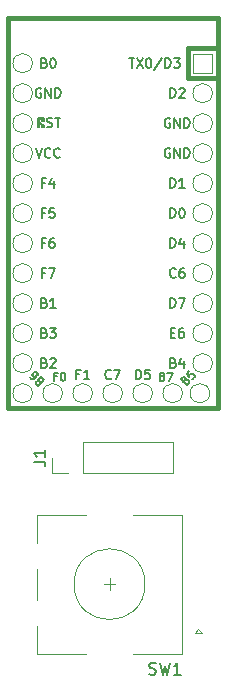
<source format=gbr>
G04 #@! TF.GenerationSoftware,KiCad,Pcbnew,(5.1.10)-1*
G04 #@! TF.CreationDate,2021-09-11T23:54:04-05:00*
G04 #@! TF.ProjectId,kintsugi,6b696e74-7375-4676-992e-6b696361645f,rev?*
G04 #@! TF.SameCoordinates,Original*
G04 #@! TF.FileFunction,Legend,Top*
G04 #@! TF.FilePolarity,Positive*
%FSLAX46Y46*%
G04 Gerber Fmt 4.6, Leading zero omitted, Abs format (unit mm)*
G04 Created by KiCad (PCBNEW (5.1.10)-1) date 2021-09-11 23:54:04*
%MOMM*%
%LPD*%
G01*
G04 APERTURE LIST*
%ADD10C,0.120000*%
%ADD11C,0.381000*%
%ADD12C,0.150000*%
%ADD13C,0.100000*%
G04 APERTURE END LIST*
D10*
X337760000Y-63941000D02*
X337760000Y-62611000D01*
X339090000Y-63941000D02*
X337760000Y-63941000D01*
X340360000Y-63941000D02*
X340360000Y-61281000D01*
X340360000Y-61281000D02*
X348040000Y-61281000D01*
X340360000Y-63941000D02*
X348040000Y-63941000D01*
X348040000Y-63941000D02*
X348040000Y-61281000D01*
D11*
X349250000Y-30480000D02*
X351790000Y-30480000D01*
X349250000Y-27940000D02*
X349250000Y-30480000D01*
D12*
G36*
X336855365Y-34229030D02*
G01*
X336855365Y-34329030D01*
X336755365Y-34329030D01*
X336755365Y-34229030D01*
X336855365Y-34229030D01*
G37*
X336855365Y-34229030D02*
X336855365Y-34329030D01*
X336755365Y-34329030D01*
X336755365Y-34229030D01*
X336855365Y-34229030D01*
G36*
X336655365Y-33829030D02*
G01*
X336655365Y-34629030D01*
X336555365Y-34629030D01*
X336555365Y-33829030D01*
X336655365Y-33829030D01*
G37*
X336655365Y-33829030D02*
X336655365Y-34629030D01*
X336555365Y-34629030D01*
X336555365Y-33829030D01*
X336655365Y-33829030D01*
G36*
X337055365Y-34429030D02*
G01*
X337055365Y-34629030D01*
X336955365Y-34629030D01*
X336955365Y-34429030D01*
X337055365Y-34429030D01*
G37*
X337055365Y-34429030D02*
X337055365Y-34629030D01*
X336955365Y-34629030D01*
X336955365Y-34429030D01*
X337055365Y-34429030D01*
G36*
X337055365Y-33829030D02*
G01*
X337055365Y-34129030D01*
X336955365Y-34129030D01*
X336955365Y-33829030D01*
X337055365Y-33829030D01*
G37*
X337055365Y-33829030D02*
X337055365Y-34129030D01*
X336955365Y-34129030D01*
X336955365Y-33829030D01*
X337055365Y-33829030D01*
G36*
X337055365Y-33829030D02*
G01*
X337055365Y-33929030D01*
X336555365Y-33929030D01*
X336555365Y-33829030D01*
X337055365Y-33829030D01*
G37*
X337055365Y-33829030D02*
X337055365Y-33929030D01*
X336555365Y-33929030D01*
X336555365Y-33829030D01*
X337055365Y-33829030D01*
D11*
X334010000Y-58420000D02*
X334010000Y-25400000D01*
X351790000Y-58420000D02*
X334010000Y-58420000D01*
X351790000Y-25400000D02*
X351790000Y-58420000D01*
X334010000Y-25400000D02*
X351790000Y-25400000D01*
X349250000Y-27940000D02*
X351790000Y-27940000D01*
D10*
X345639000Y-73319000D02*
G75*
G03*
X345639000Y-73319000I-3000000J0D01*
G01*
X340639000Y-79219000D02*
X336539000Y-79219000D01*
X336539000Y-67419000D02*
X340639000Y-67419000D01*
X344639000Y-67419000D02*
X348739000Y-67419000D01*
X344639000Y-79219000D02*
X348739000Y-79219000D01*
X348739000Y-79219000D02*
X348739000Y-67419000D01*
X350139000Y-77119000D02*
X350439000Y-77419000D01*
X350439000Y-77419000D02*
X349839000Y-77419000D01*
X349839000Y-77419000D02*
X350139000Y-77119000D01*
X336539000Y-79219000D02*
X336539000Y-76819000D01*
X336539000Y-74619000D02*
X336539000Y-72019000D01*
X336539000Y-69819000D02*
X336539000Y-67419000D01*
X342639000Y-73819000D02*
X342639000Y-72819000D01*
X343139000Y-73319000D02*
X342139000Y-73319000D01*
D13*
X349693700Y-28383700D02*
X349693700Y-30036300D01*
X351346300Y-30036300D01*
X351346300Y-28383700D01*
X349693700Y-28383700D01*
X351346300Y-31750000D02*
G75*
G03*
X351346300Y-31750000I-826300J0D01*
G01*
X351346300Y-34290000D02*
G75*
G03*
X351346300Y-34290000I-826300J0D01*
G01*
X351346300Y-36830000D02*
G75*
G03*
X351346300Y-36830000I-826300J0D01*
G01*
X351346300Y-39370000D02*
G75*
G03*
X351346300Y-39370000I-826300J0D01*
G01*
X351346300Y-41910000D02*
G75*
G03*
X351346300Y-41910000I-826300J0D01*
G01*
X351346300Y-44450000D02*
G75*
G03*
X351346300Y-44450000I-826300J0D01*
G01*
X351346300Y-46990000D02*
G75*
G03*
X351346300Y-46990000I-826300J0D01*
G01*
X351346300Y-49530000D02*
G75*
G03*
X351346300Y-49530000I-826300J0D01*
G01*
X351346300Y-52070000D02*
G75*
G03*
X351346300Y-52070000I-826300J0D01*
G01*
X351346300Y-54610000D02*
G75*
G03*
X351346300Y-54610000I-826300J0D01*
G01*
X336106300Y-57150000D02*
G75*
G03*
X336106300Y-57150000I-826300J0D01*
G01*
X336106300Y-54610000D02*
G75*
G03*
X336106300Y-54610000I-826300J0D01*
G01*
X336106300Y-52070000D02*
G75*
G03*
X336106300Y-52070000I-826300J0D01*
G01*
X336106300Y-49530000D02*
G75*
G03*
X336106300Y-49530000I-826300J0D01*
G01*
X336106300Y-46990000D02*
G75*
G03*
X336106300Y-46990000I-826300J0D01*
G01*
X336106300Y-44450000D02*
G75*
G03*
X336106300Y-44450000I-826300J0D01*
G01*
X336106300Y-41910000D02*
G75*
G03*
X336106300Y-41910000I-826300J0D01*
G01*
X336106300Y-39370000D02*
G75*
G03*
X336106300Y-39370000I-826300J0D01*
G01*
X336106300Y-36830000D02*
G75*
G03*
X336106300Y-36830000I-826300J0D01*
G01*
X336106300Y-34290000D02*
G75*
G03*
X336106300Y-34290000I-826300J0D01*
G01*
X336106300Y-31750000D02*
G75*
G03*
X336106300Y-31750000I-826300J0D01*
G01*
X351117700Y-57150000D02*
G75*
G03*
X351117700Y-57150000I-826300J0D01*
G01*
X336106300Y-29210000D02*
G75*
G03*
X336106300Y-29210000I-826300J0D01*
G01*
X338646300Y-57150000D02*
G75*
G03*
X338646300Y-57150000I-826300J0D01*
G01*
X341186300Y-57150000D02*
G75*
G03*
X341186300Y-57150000I-826300J0D01*
G01*
X343726300Y-57150000D02*
G75*
G03*
X343726300Y-57150000I-826300J0D01*
G01*
X346266300Y-57150000D02*
G75*
G03*
X346266300Y-57150000I-826300J0D01*
G01*
X348806300Y-57150000D02*
G75*
G03*
X348806300Y-57150000I-826300J0D01*
G01*
D12*
X336212380Y-62944333D02*
X336926666Y-62944333D01*
X337069523Y-62991952D01*
X337164761Y-63087190D01*
X337212380Y-63230047D01*
X337212380Y-63325285D01*
X337212380Y-61944333D02*
X337212380Y-62515761D01*
X337212380Y-62230047D02*
X336212380Y-62230047D01*
X336355238Y-62325285D01*
X336450476Y-62420523D01*
X336498095Y-62515761D01*
X347770523Y-32111904D02*
X347770523Y-31311904D01*
X347961000Y-31311904D01*
X348075285Y-31350000D01*
X348151476Y-31426190D01*
X348189571Y-31502380D01*
X348227666Y-31654761D01*
X348227666Y-31769047D01*
X348189571Y-31921428D01*
X348151476Y-31997619D01*
X348075285Y-32073809D01*
X347961000Y-32111904D01*
X347770523Y-32111904D01*
X348532428Y-31388095D02*
X348570523Y-31350000D01*
X348646714Y-31311904D01*
X348837190Y-31311904D01*
X348913380Y-31350000D01*
X348951476Y-31388095D01*
X348989571Y-31464285D01*
X348989571Y-31540476D01*
X348951476Y-31654761D01*
X348494333Y-32111904D01*
X348989571Y-32111904D01*
X347770523Y-42271904D02*
X347770523Y-41471904D01*
X347961000Y-41471904D01*
X348075285Y-41510000D01*
X348151476Y-41586190D01*
X348189571Y-41662380D01*
X348227666Y-41814761D01*
X348227666Y-41929047D01*
X348189571Y-42081428D01*
X348151476Y-42157619D01*
X348075285Y-42233809D01*
X347961000Y-42271904D01*
X347770523Y-42271904D01*
X348722904Y-41471904D02*
X348799095Y-41471904D01*
X348875285Y-41510000D01*
X348913380Y-41548095D01*
X348951476Y-41624285D01*
X348989571Y-41776666D01*
X348989571Y-41967142D01*
X348951476Y-42119523D01*
X348913380Y-42195714D01*
X348875285Y-42233809D01*
X348799095Y-42271904D01*
X348722904Y-42271904D01*
X348646714Y-42233809D01*
X348608619Y-42195714D01*
X348570523Y-42119523D01*
X348532428Y-41967142D01*
X348532428Y-41776666D01*
X348570523Y-41624285D01*
X348608619Y-41548095D01*
X348646714Y-41510000D01*
X348722904Y-41471904D01*
X347770523Y-39731904D02*
X347770523Y-38931904D01*
X347961000Y-38931904D01*
X348075285Y-38970000D01*
X348151476Y-39046190D01*
X348189571Y-39122380D01*
X348227666Y-39274761D01*
X348227666Y-39389047D01*
X348189571Y-39541428D01*
X348151476Y-39617619D01*
X348075285Y-39693809D01*
X347961000Y-39731904D01*
X347770523Y-39731904D01*
X348989571Y-39731904D02*
X348532428Y-39731904D01*
X348761000Y-39731904D02*
X348761000Y-38931904D01*
X348684809Y-39046190D01*
X348608619Y-39122380D01*
X348532428Y-39160476D01*
X347751476Y-36430000D02*
X347675285Y-36391904D01*
X347561000Y-36391904D01*
X347446714Y-36430000D01*
X347370523Y-36506190D01*
X347332428Y-36582380D01*
X347294333Y-36734761D01*
X347294333Y-36849047D01*
X347332428Y-37001428D01*
X347370523Y-37077619D01*
X347446714Y-37153809D01*
X347561000Y-37191904D01*
X347637190Y-37191904D01*
X347751476Y-37153809D01*
X347789571Y-37115714D01*
X347789571Y-36849047D01*
X347637190Y-36849047D01*
X348132428Y-37191904D02*
X348132428Y-36391904D01*
X348589571Y-37191904D01*
X348589571Y-36391904D01*
X348970523Y-37191904D02*
X348970523Y-36391904D01*
X349161000Y-36391904D01*
X349275285Y-36430000D01*
X349351476Y-36506190D01*
X349389571Y-36582380D01*
X349427666Y-36734761D01*
X349427666Y-36849047D01*
X349389571Y-37001428D01*
X349351476Y-37077619D01*
X349275285Y-37153809D01*
X349161000Y-37191904D01*
X348970523Y-37191904D01*
X347751476Y-33890000D02*
X347675285Y-33851904D01*
X347561000Y-33851904D01*
X347446714Y-33890000D01*
X347370523Y-33966190D01*
X347332428Y-34042380D01*
X347294333Y-34194761D01*
X347294333Y-34309047D01*
X347332428Y-34461428D01*
X347370523Y-34537619D01*
X347446714Y-34613809D01*
X347561000Y-34651904D01*
X347637190Y-34651904D01*
X347751476Y-34613809D01*
X347789571Y-34575714D01*
X347789571Y-34309047D01*
X347637190Y-34309047D01*
X348132428Y-34651904D02*
X348132428Y-33851904D01*
X348589571Y-34651904D01*
X348589571Y-33851904D01*
X348970523Y-34651904D02*
X348970523Y-33851904D01*
X349161000Y-33851904D01*
X349275285Y-33890000D01*
X349351476Y-33966190D01*
X349389571Y-34042380D01*
X349427666Y-34194761D01*
X349427666Y-34309047D01*
X349389571Y-34461428D01*
X349351476Y-34537619D01*
X349275285Y-34613809D01*
X349161000Y-34651904D01*
X348970523Y-34651904D01*
X347770523Y-44811904D02*
X347770523Y-44011904D01*
X347961000Y-44011904D01*
X348075285Y-44050000D01*
X348151476Y-44126190D01*
X348189571Y-44202380D01*
X348227666Y-44354761D01*
X348227666Y-44469047D01*
X348189571Y-44621428D01*
X348151476Y-44697619D01*
X348075285Y-44773809D01*
X347961000Y-44811904D01*
X347770523Y-44811904D01*
X348913380Y-44278571D02*
X348913380Y-44811904D01*
X348722904Y-43973809D02*
X348532428Y-44545238D01*
X349027666Y-44545238D01*
X348227666Y-47275714D02*
X348189571Y-47313809D01*
X348075285Y-47351904D01*
X347999095Y-47351904D01*
X347884809Y-47313809D01*
X347808619Y-47237619D01*
X347770523Y-47161428D01*
X347732428Y-47009047D01*
X347732428Y-46894761D01*
X347770523Y-46742380D01*
X347808619Y-46666190D01*
X347884809Y-46590000D01*
X347999095Y-46551904D01*
X348075285Y-46551904D01*
X348189571Y-46590000D01*
X348227666Y-46628095D01*
X348913380Y-46551904D02*
X348761000Y-46551904D01*
X348684809Y-46590000D01*
X348646714Y-46628095D01*
X348570523Y-46742380D01*
X348532428Y-46894761D01*
X348532428Y-47199523D01*
X348570523Y-47275714D01*
X348608619Y-47313809D01*
X348684809Y-47351904D01*
X348837190Y-47351904D01*
X348913380Y-47313809D01*
X348951476Y-47275714D01*
X348989571Y-47199523D01*
X348989571Y-47009047D01*
X348951476Y-46932857D01*
X348913380Y-46894761D01*
X348837190Y-46856666D01*
X348684809Y-46856666D01*
X348608619Y-46894761D01*
X348570523Y-46932857D01*
X348532428Y-47009047D01*
X347770523Y-49891904D02*
X347770523Y-49091904D01*
X347961000Y-49091904D01*
X348075285Y-49130000D01*
X348151476Y-49206190D01*
X348189571Y-49282380D01*
X348227666Y-49434761D01*
X348227666Y-49549047D01*
X348189571Y-49701428D01*
X348151476Y-49777619D01*
X348075285Y-49853809D01*
X347961000Y-49891904D01*
X347770523Y-49891904D01*
X348494333Y-49091904D02*
X349027666Y-49091904D01*
X348684809Y-49891904D01*
X347808619Y-52012857D02*
X348075285Y-52012857D01*
X348189571Y-52431904D02*
X347808619Y-52431904D01*
X347808619Y-51631904D01*
X348189571Y-51631904D01*
X348875285Y-51631904D02*
X348722904Y-51631904D01*
X348646714Y-51670000D01*
X348608619Y-51708095D01*
X348532428Y-51822380D01*
X348494333Y-51974761D01*
X348494333Y-52279523D01*
X348532428Y-52355714D01*
X348570523Y-52393809D01*
X348646714Y-52431904D01*
X348799095Y-52431904D01*
X348875285Y-52393809D01*
X348913380Y-52355714D01*
X348951476Y-52279523D01*
X348951476Y-52089047D01*
X348913380Y-52012857D01*
X348875285Y-51974761D01*
X348799095Y-51936666D01*
X348646714Y-51936666D01*
X348570523Y-51974761D01*
X348532428Y-52012857D01*
X348494333Y-52089047D01*
X348037190Y-54552857D02*
X348151476Y-54590952D01*
X348189571Y-54629047D01*
X348227666Y-54705238D01*
X348227666Y-54819523D01*
X348189571Y-54895714D01*
X348151476Y-54933809D01*
X348075285Y-54971904D01*
X347770523Y-54971904D01*
X347770523Y-54171904D01*
X348037190Y-54171904D01*
X348113380Y-54210000D01*
X348151476Y-54248095D01*
X348189571Y-54324285D01*
X348189571Y-54400476D01*
X348151476Y-54476666D01*
X348113380Y-54514761D01*
X348037190Y-54552857D01*
X347770523Y-54552857D01*
X348913380Y-54438571D02*
X348913380Y-54971904D01*
X348722904Y-54133809D02*
X348532428Y-54705238D01*
X349027666Y-54705238D01*
X349064297Y-56044991D02*
X349158578Y-55997851D01*
X349205719Y-55997851D01*
X349276429Y-56021421D01*
X349347140Y-56092132D01*
X349370710Y-56162842D01*
X349370710Y-56209983D01*
X349347140Y-56280693D01*
X349158578Y-56469255D01*
X348663603Y-55974280D01*
X348828595Y-55809289D01*
X348899306Y-55785719D01*
X348946446Y-55785719D01*
X349017157Y-55809289D01*
X349064297Y-55856429D01*
X349087867Y-55927140D01*
X349087867Y-55974280D01*
X349064297Y-56044991D01*
X348899306Y-56209983D01*
X349394280Y-55243603D02*
X349158578Y-55479306D01*
X349370710Y-55738578D01*
X349370710Y-55691438D01*
X349394280Y-55620727D01*
X349512132Y-55502876D01*
X349582842Y-55479306D01*
X349629983Y-55479306D01*
X349700693Y-55502876D01*
X349818544Y-55620727D01*
X349842115Y-55691438D01*
X349842115Y-55738578D01*
X349818544Y-55809289D01*
X349700693Y-55927140D01*
X349629983Y-55950710D01*
X349582842Y-55950710D01*
X337115190Y-52012857D02*
X337229476Y-52050952D01*
X337267571Y-52089047D01*
X337305666Y-52165238D01*
X337305666Y-52279523D01*
X337267571Y-52355714D01*
X337229476Y-52393809D01*
X337153285Y-52431904D01*
X336848523Y-52431904D01*
X336848523Y-51631904D01*
X337115190Y-51631904D01*
X337191380Y-51670000D01*
X337229476Y-51708095D01*
X337267571Y-51784285D01*
X337267571Y-51860476D01*
X337229476Y-51936666D01*
X337191380Y-51974761D01*
X337115190Y-52012857D01*
X336848523Y-52012857D01*
X337572333Y-51631904D02*
X338067571Y-51631904D01*
X337800904Y-51936666D01*
X337915190Y-51936666D01*
X337991380Y-51974761D01*
X338029476Y-52012857D01*
X338067571Y-52089047D01*
X338067571Y-52279523D01*
X338029476Y-52355714D01*
X337991380Y-52393809D01*
X337915190Y-52431904D01*
X337686619Y-52431904D01*
X337610428Y-52393809D01*
X337572333Y-52355714D01*
X337115190Y-49472857D02*
X337229476Y-49510952D01*
X337267571Y-49549047D01*
X337305666Y-49625238D01*
X337305666Y-49739523D01*
X337267571Y-49815714D01*
X337229476Y-49853809D01*
X337153285Y-49891904D01*
X336848523Y-49891904D01*
X336848523Y-49091904D01*
X337115190Y-49091904D01*
X337191380Y-49130000D01*
X337229476Y-49168095D01*
X337267571Y-49244285D01*
X337267571Y-49320476D01*
X337229476Y-49396666D01*
X337191380Y-49434761D01*
X337115190Y-49472857D01*
X336848523Y-49472857D01*
X338067571Y-49891904D02*
X337610428Y-49891904D01*
X337839000Y-49891904D02*
X337839000Y-49091904D01*
X337762809Y-49206190D01*
X337686619Y-49282380D01*
X337610428Y-49320476D01*
X337172333Y-39312857D02*
X336905666Y-39312857D01*
X336905666Y-39731904D02*
X336905666Y-38931904D01*
X337286619Y-38931904D01*
X337934238Y-39198571D02*
X337934238Y-39731904D01*
X337743761Y-38893809D02*
X337553285Y-39465238D01*
X338048523Y-39465238D01*
X336372333Y-36391904D02*
X336639000Y-37191904D01*
X336905666Y-36391904D01*
X337629476Y-37115714D02*
X337591380Y-37153809D01*
X337477095Y-37191904D01*
X337400904Y-37191904D01*
X337286619Y-37153809D01*
X337210428Y-37077619D01*
X337172333Y-37001428D01*
X337134238Y-36849047D01*
X337134238Y-36734761D01*
X337172333Y-36582380D01*
X337210428Y-36506190D01*
X337286619Y-36430000D01*
X337400904Y-36391904D01*
X337477095Y-36391904D01*
X337591380Y-36430000D01*
X337629476Y-36468095D01*
X338429476Y-37115714D02*
X338391380Y-37153809D01*
X338277095Y-37191904D01*
X338200904Y-37191904D01*
X338086619Y-37153809D01*
X338010428Y-37077619D01*
X337972333Y-37001428D01*
X337934238Y-36849047D01*
X337934238Y-36734761D01*
X337972333Y-36582380D01*
X338010428Y-36506190D01*
X338086619Y-36430000D01*
X338200904Y-36391904D01*
X338277095Y-36391904D01*
X338391380Y-36430000D01*
X338429476Y-36468095D01*
X336829476Y-31350000D02*
X336753285Y-31311904D01*
X336639000Y-31311904D01*
X336524714Y-31350000D01*
X336448523Y-31426190D01*
X336410428Y-31502380D01*
X336372333Y-31654761D01*
X336372333Y-31769047D01*
X336410428Y-31921428D01*
X336448523Y-31997619D01*
X336524714Y-32073809D01*
X336639000Y-32111904D01*
X336715190Y-32111904D01*
X336829476Y-32073809D01*
X336867571Y-32035714D01*
X336867571Y-31769047D01*
X336715190Y-31769047D01*
X337210428Y-32111904D02*
X337210428Y-31311904D01*
X337667571Y-32111904D01*
X337667571Y-31311904D01*
X338048523Y-32111904D02*
X338048523Y-31311904D01*
X338239000Y-31311904D01*
X338353285Y-31350000D01*
X338429476Y-31426190D01*
X338467571Y-31502380D01*
X338505666Y-31654761D01*
X338505666Y-31769047D01*
X338467571Y-31921428D01*
X338429476Y-31997619D01*
X338353285Y-32073809D01*
X338239000Y-32111904D01*
X338048523Y-32111904D01*
X337115190Y-29152857D02*
X337229476Y-29190952D01*
X337267571Y-29229047D01*
X337305666Y-29305238D01*
X337305666Y-29419523D01*
X337267571Y-29495714D01*
X337229476Y-29533809D01*
X337153285Y-29571904D01*
X336848523Y-29571904D01*
X336848523Y-28771904D01*
X337115190Y-28771904D01*
X337191380Y-28810000D01*
X337229476Y-28848095D01*
X337267571Y-28924285D01*
X337267571Y-29000476D01*
X337229476Y-29076666D01*
X337191380Y-29114761D01*
X337115190Y-29152857D01*
X336848523Y-29152857D01*
X337800904Y-28771904D02*
X337877095Y-28771904D01*
X337953285Y-28810000D01*
X337991380Y-28848095D01*
X338029476Y-28924285D01*
X338067571Y-29076666D01*
X338067571Y-29267142D01*
X338029476Y-29419523D01*
X337991380Y-29495714D01*
X337953285Y-29533809D01*
X337877095Y-29571904D01*
X337800904Y-29571904D01*
X337724714Y-29533809D01*
X337686619Y-29495714D01*
X337648523Y-29419523D01*
X337610428Y-29267142D01*
X337610428Y-29076666D01*
X337648523Y-28924285D01*
X337686619Y-28848095D01*
X337724714Y-28810000D01*
X337800904Y-28771904D01*
X337172333Y-41852857D02*
X336905666Y-41852857D01*
X336905666Y-42271904D02*
X336905666Y-41471904D01*
X337286619Y-41471904D01*
X337972333Y-41471904D02*
X337591380Y-41471904D01*
X337553285Y-41852857D01*
X337591380Y-41814761D01*
X337667571Y-41776666D01*
X337858047Y-41776666D01*
X337934238Y-41814761D01*
X337972333Y-41852857D01*
X338010428Y-41929047D01*
X338010428Y-42119523D01*
X337972333Y-42195714D01*
X337934238Y-42233809D01*
X337858047Y-42271904D01*
X337667571Y-42271904D01*
X337591380Y-42233809D01*
X337553285Y-42195714D01*
X337172333Y-44392857D02*
X336905666Y-44392857D01*
X336905666Y-44811904D02*
X336905666Y-44011904D01*
X337286619Y-44011904D01*
X337934238Y-44011904D02*
X337781857Y-44011904D01*
X337705666Y-44050000D01*
X337667571Y-44088095D01*
X337591380Y-44202380D01*
X337553285Y-44354761D01*
X337553285Y-44659523D01*
X337591380Y-44735714D01*
X337629476Y-44773809D01*
X337705666Y-44811904D01*
X337858047Y-44811904D01*
X337934238Y-44773809D01*
X337972333Y-44735714D01*
X338010428Y-44659523D01*
X338010428Y-44469047D01*
X337972333Y-44392857D01*
X337934238Y-44354761D01*
X337858047Y-44316666D01*
X337705666Y-44316666D01*
X337629476Y-44354761D01*
X337591380Y-44392857D01*
X337553285Y-44469047D01*
X337172333Y-46932857D02*
X336905666Y-46932857D01*
X336905666Y-47351904D02*
X336905666Y-46551904D01*
X337286619Y-46551904D01*
X337515190Y-46551904D02*
X338048523Y-46551904D01*
X337705666Y-47351904D01*
X337115190Y-54552857D02*
X337229476Y-54590952D01*
X337267571Y-54629047D01*
X337305666Y-54705238D01*
X337305666Y-54819523D01*
X337267571Y-54895714D01*
X337229476Y-54933809D01*
X337153285Y-54971904D01*
X336848523Y-54971904D01*
X336848523Y-54171904D01*
X337115190Y-54171904D01*
X337191380Y-54210000D01*
X337229476Y-54248095D01*
X337267571Y-54324285D01*
X337267571Y-54400476D01*
X337229476Y-54476666D01*
X337191380Y-54514761D01*
X337115190Y-54552857D01*
X336848523Y-54552857D01*
X337610428Y-54248095D02*
X337648523Y-54210000D01*
X337724714Y-54171904D01*
X337915190Y-54171904D01*
X337991380Y-54210000D01*
X338029476Y-54248095D01*
X338067571Y-54324285D01*
X338067571Y-54400476D01*
X338029476Y-54514761D01*
X337572333Y-54971904D01*
X338067571Y-54971904D01*
X344281395Y-28771904D02*
X344738538Y-28771904D01*
X344509967Y-29571904D02*
X344509967Y-28771904D01*
X344929014Y-28771904D02*
X345462348Y-29571904D01*
X345462348Y-28771904D02*
X344929014Y-29571904D01*
X345919491Y-28771904D02*
X345995681Y-28771904D01*
X346071872Y-28810000D01*
X346109967Y-28848095D01*
X346148062Y-28924285D01*
X346186157Y-29076666D01*
X346186157Y-29267142D01*
X346148062Y-29419523D01*
X346109967Y-29495714D01*
X346071872Y-29533809D01*
X345995681Y-29571904D01*
X345919491Y-29571904D01*
X345843300Y-29533809D01*
X345805205Y-29495714D01*
X345767110Y-29419523D01*
X345729014Y-29267142D01*
X345729014Y-29076666D01*
X345767110Y-28924285D01*
X345805205Y-28848095D01*
X345843300Y-28810000D01*
X345919491Y-28771904D01*
X347100443Y-28733809D02*
X346414729Y-29762380D01*
X347367110Y-29571904D02*
X347367110Y-28771904D01*
X347557586Y-28771904D01*
X347671872Y-28810000D01*
X347748062Y-28886190D01*
X347786157Y-28962380D01*
X347824252Y-29114761D01*
X347824252Y-29229047D01*
X347786157Y-29381428D01*
X347748062Y-29457619D01*
X347671872Y-29533809D01*
X347557586Y-29571904D01*
X347367110Y-29571904D01*
X348090919Y-28771904D02*
X348586157Y-28771904D01*
X348319491Y-29076666D01*
X348433776Y-29076666D01*
X348509967Y-29114761D01*
X348548062Y-29152857D01*
X348586157Y-29229047D01*
X348586157Y-29419523D01*
X348548062Y-29495714D01*
X348509967Y-29533809D01*
X348433776Y-29571904D01*
X348205205Y-29571904D01*
X348129014Y-29533809D01*
X348090919Y-29495714D01*
X337326666Y-34593809D02*
X337440952Y-34631904D01*
X337631428Y-34631904D01*
X337707619Y-34593809D01*
X337745714Y-34555714D01*
X337783809Y-34479523D01*
X337783809Y-34403333D01*
X337745714Y-34327142D01*
X337707619Y-34289047D01*
X337631428Y-34250952D01*
X337479047Y-34212857D01*
X337402857Y-34174761D01*
X337364761Y-34136666D01*
X337326666Y-34060476D01*
X337326666Y-33984285D01*
X337364761Y-33908095D01*
X337402857Y-33870000D01*
X337479047Y-33831904D01*
X337669523Y-33831904D01*
X337783809Y-33870000D01*
X338012380Y-33831904D02*
X338469523Y-33831904D01*
X338240952Y-34631904D02*
X338240952Y-33831904D01*
X347116666Y-55730000D02*
X347216666Y-55763333D01*
X347250000Y-55796666D01*
X347283333Y-55863333D01*
X347283333Y-55963333D01*
X347250000Y-56030000D01*
X347216666Y-56063333D01*
X347150000Y-56096666D01*
X346883333Y-56096666D01*
X346883333Y-55396666D01*
X347116666Y-55396666D01*
X347183333Y-55430000D01*
X347216666Y-55463333D01*
X347250000Y-55530000D01*
X347250000Y-55596666D01*
X347216666Y-55663333D01*
X347183333Y-55696666D01*
X347116666Y-55730000D01*
X346883333Y-55730000D01*
X347516666Y-55396666D02*
X347983333Y-55396666D01*
X347683333Y-56096666D01*
X338166666Y-55730000D02*
X337933333Y-55730000D01*
X337933333Y-56096666D02*
X337933333Y-55396666D01*
X338266666Y-55396666D01*
X338666666Y-55396666D02*
X338733333Y-55396666D01*
X338800000Y-55430000D01*
X338833333Y-55463333D01*
X338866666Y-55530000D01*
X338900000Y-55663333D01*
X338900000Y-55830000D01*
X338866666Y-55963333D01*
X338833333Y-56030000D01*
X338800000Y-56063333D01*
X338733333Y-56096666D01*
X338666666Y-56096666D01*
X338600000Y-56063333D01*
X338566666Y-56030000D01*
X338533333Y-55963333D01*
X338500000Y-55830000D01*
X338500000Y-55663333D01*
X338533333Y-55530000D01*
X338566666Y-55463333D01*
X338600000Y-55430000D01*
X338666666Y-55396666D01*
X336664991Y-56115702D02*
X336617851Y-56021421D01*
X336617851Y-55974280D01*
X336641421Y-55903570D01*
X336712132Y-55832859D01*
X336782842Y-55809289D01*
X336829983Y-55809289D01*
X336900693Y-55832859D01*
X337089255Y-56021421D01*
X336594280Y-56516396D01*
X336429289Y-56351404D01*
X336405719Y-56280693D01*
X336405719Y-56233553D01*
X336429289Y-56162842D01*
X336476429Y-56115702D01*
X336547140Y-56092132D01*
X336594280Y-56092132D01*
X336664991Y-56115702D01*
X336829983Y-56280693D01*
X335887174Y-55809289D02*
X335981455Y-55903570D01*
X336052165Y-55927140D01*
X336099306Y-55927140D01*
X336217157Y-55903570D01*
X336335008Y-55832859D01*
X336523570Y-55644297D01*
X336547140Y-55573587D01*
X336547140Y-55526446D01*
X336523570Y-55455735D01*
X336429289Y-55361455D01*
X336358578Y-55337884D01*
X336311438Y-55337884D01*
X336240727Y-55361455D01*
X336122876Y-55479306D01*
X336099306Y-55550016D01*
X336099306Y-55597157D01*
X336122876Y-55667867D01*
X336217157Y-55762148D01*
X336287867Y-55785719D01*
X336335008Y-55785719D01*
X336405719Y-55762148D01*
X342766666Y-55865714D02*
X342728571Y-55903809D01*
X342614285Y-55941904D01*
X342538095Y-55941904D01*
X342423809Y-55903809D01*
X342347619Y-55827619D01*
X342309523Y-55751428D01*
X342271428Y-55599047D01*
X342271428Y-55484761D01*
X342309523Y-55332380D01*
X342347619Y-55256190D01*
X342423809Y-55180000D01*
X342538095Y-55141904D01*
X342614285Y-55141904D01*
X342728571Y-55180000D01*
X342766666Y-55218095D01*
X343033333Y-55141904D02*
X343566666Y-55141904D01*
X343223809Y-55941904D01*
X340093333Y-55522857D02*
X339826666Y-55522857D01*
X339826666Y-55941904D02*
X339826666Y-55141904D01*
X340207619Y-55141904D01*
X340931428Y-55941904D02*
X340474285Y-55941904D01*
X340702857Y-55941904D02*
X340702857Y-55141904D01*
X340626666Y-55256190D01*
X340550476Y-55332380D01*
X340474285Y-55370476D01*
X344849523Y-55941904D02*
X344849523Y-55141904D01*
X345040000Y-55141904D01*
X345154285Y-55180000D01*
X345230476Y-55256190D01*
X345268571Y-55332380D01*
X345306666Y-55484761D01*
X345306666Y-55599047D01*
X345268571Y-55751428D01*
X345230476Y-55827619D01*
X345154285Y-55903809D01*
X345040000Y-55941904D01*
X344849523Y-55941904D01*
X346030476Y-55141904D02*
X345649523Y-55141904D01*
X345611428Y-55522857D01*
X345649523Y-55484761D01*
X345725714Y-55446666D01*
X345916190Y-55446666D01*
X345992380Y-55484761D01*
X346030476Y-55522857D01*
X346068571Y-55599047D01*
X346068571Y-55789523D01*
X346030476Y-55865714D01*
X345992380Y-55903809D01*
X345916190Y-55941904D01*
X345725714Y-55941904D01*
X345649523Y-55903809D01*
X345611428Y-55865714D01*
X346005666Y-80923761D02*
X346148523Y-80971380D01*
X346386619Y-80971380D01*
X346481857Y-80923761D01*
X346529476Y-80876142D01*
X346577095Y-80780904D01*
X346577095Y-80685666D01*
X346529476Y-80590428D01*
X346481857Y-80542809D01*
X346386619Y-80495190D01*
X346196142Y-80447571D01*
X346100904Y-80399952D01*
X346053285Y-80352333D01*
X346005666Y-80257095D01*
X346005666Y-80161857D01*
X346053285Y-80066619D01*
X346100904Y-80019000D01*
X346196142Y-79971380D01*
X346434238Y-79971380D01*
X346577095Y-80019000D01*
X346910428Y-79971380D02*
X347148523Y-80971380D01*
X347339000Y-80257095D01*
X347529476Y-80971380D01*
X347767571Y-79971380D01*
X348672333Y-80971380D02*
X348100904Y-80971380D01*
X348386619Y-80971380D02*
X348386619Y-79971380D01*
X348291380Y-80114238D01*
X348196142Y-80209476D01*
X348100904Y-80257095D01*
M02*

</source>
